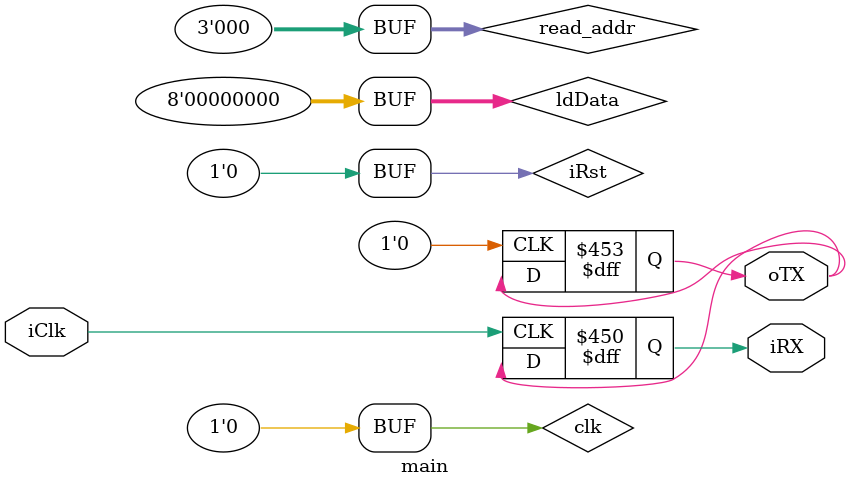
<source format=v>


`timescale 1ns/10ps

module main (
    iClk,
    iRX,
    oTX
);


input iClk;
output iRX;
reg iRX;
output oTX;
reg oTX;

reg [7:0] iData;
wire clk;
wire iRst;
reg [7:0] oData;
reg WriteEnable;
reg [2:0] rx_addr;
wire [2:0] read_addr;
wire oWrBuffer_full;
wire [7:0] ldData;
reg RS232_Module0_sig_WrBuffer_full;
reg [8:0] RS232_Module0_tx_counter;
reg [3:0] RS232_Module0_tx_bit_count;
reg [8:0] RS232_Module0_rx_currentData;
reg [1:0] RS232_Module0_rx_State;
reg [2:0] RS232_Module0_write_addr;
reg [2:0] RS232_Module0_rx_addr;
reg [8:0] RS232_Module0_rx_counter;
reg [1:0] RS232_Module0_tx_State;
reg [9:0] RS232_Module0_SendREG;
reg [2:0] RS232_Module0_tx_addr;
reg [3:0] RS232_Module0_rx_bit_count;
reg [7:0] RS232_Module0_Receive_RAM [0:8-1];
reg [7:0] RS232_Module0_Transmit_RAM [0:8-1];

assign clk = 1'd0;
assign iRst = 1'd0;
assign read_addr = 3'd0;
assign ldData = 8'd0;


always @(posedge iClk) begin: MAIN_UPDATEBUFF1_RTL
    iData <= ldData;
    if ((WriteEnable == 0)) begin
        WriteEnable <= 1;
    end
    else begin
        WriteEnable <= 0;
    end
end


always @(posedge clk, negedge iRst) begin: MAIN_RS232_MODULE0_SEQ_LOGIC
    if ((iRst == 0)) begin
        RS232_Module0_rx_State <= 0;
        RS232_Module0_rx_counter <= 0;
        RS232_Module0_rx_currentData <= 0;
        RS232_Module0_rx_bit_count <= 0;
        RS232_Module0_rx_addr <= 0;
        rx_addr <= 0;
        RS232_Module0_tx_State <= 0;
        RS232_Module0_tx_addr <= 0;
        RS232_Module0_write_addr <= 0;
        RS232_Module0_SendREG <= 0;
        RS232_Module0_tx_counter <= 0;
        RS232_Module0_tx_bit_count <= 0;
    end
    else begin
        rx_addr <= RS232_Module0_rx_addr;
        oData <= RS232_Module0_Receive_RAM[read_addr];
        oTX <= 1;
        case (RS232_Module0_rx_State)
            'h0: begin
                if ((iRX == 0)) begin
                    RS232_Module0_rx_counter <= (RS232_Module0_rx_counter + 1);
                end
                else begin
                    RS232_Module0_rx_counter <= 0;
                end
                if ((RS232_Module0_rx_counter == 217)) begin
                    RS232_Module0_rx_State <= 1;
                    RS232_Module0_rx_counter <= 0;
                    RS232_Module0_rx_bit_count <= 0;
                end
            end
            'h1: begin
                RS232_Module0_rx_counter <= (RS232_Module0_rx_counter + 1);
                if ((RS232_Module0_rx_counter == 0)) begin
                    RS232_Module0_rx_currentData <= {iRX, RS232_Module0_rx_currentData[9-1:1]};
                    RS232_Module0_rx_bit_count <= (RS232_Module0_rx_bit_count + 1);
                end
                if ((RS232_Module0_rx_counter == 434)) begin
                    RS232_Module0_rx_counter <= 0;
                end
                if ((RS232_Module0_rx_bit_count == 9)) begin
                    RS232_Module0_rx_State <= 2;
                    RS232_Module0_rx_counter <= 0;
                end
            end
            'h2: begin
                RS232_Module0_rx_counter <= (RS232_Module0_rx_counter + 1);
                if ((RS232_Module0_rx_counter == 434)) begin
                    RS232_Module0_rx_State <= 0;
                    RS232_Module0_rx_counter <= 0;
                    if ((iRX == 1)) begin
                        RS232_Module0_Receive_RAM[RS232_Module0_rx_addr] <= RS232_Module0_rx_currentData[9-1:1];
                        RS232_Module0_rx_addr <= ((RS232_Module0_rx_addr + 1) % 8);
                    end
                end
            end
        endcase
        if ((WriteEnable && (!RS232_Module0_sig_WrBuffer_full))) begin
            RS232_Module0_Transmit_RAM[RS232_Module0_write_addr] <= iData;
            RS232_Module0_write_addr <= ((RS232_Module0_write_addr + 1) % 8);
        end
        case (RS232_Module0_tx_State)
            'h0: begin
                if ((RS232_Module0_write_addr != RS232_Module0_tx_addr)) begin
                    RS232_Module0_tx_counter <= 0;
                    RS232_Module0_tx_State <= 1;
                    RS232_Module0_tx_bit_count <= 0;
                    RS232_Module0_SendREG <= {1'h1, RS232_Module0_Transmit_RAM[RS232_Module0_tx_addr], 1'h0};
                    RS232_Module0_tx_addr <= ((RS232_Module0_tx_addr + 1) % 8);
                end
            end
            'h1: begin
                oTX <= RS232_Module0_SendREG[RS232_Module0_tx_bit_count];
                RS232_Module0_tx_counter <= (RS232_Module0_tx_counter + 1);
                if ((RS232_Module0_tx_counter == 434)) begin
                    RS232_Module0_tx_bit_count <= (RS232_Module0_tx_bit_count + 1);
                    RS232_Module0_tx_counter <= 0;
                    if ((RS232_Module0_tx_bit_count == 9)) begin
                        RS232_Module0_tx_State <= 0;
                    end
                end
            end
        endcase
    end
end


always @(RS232_Module0_write_addr, RS232_Module0_tx_addr) begin: MAIN_RS232_MODULE0_COMB_LOGIC
    if ((((RS232_Module0_write_addr + 1) % 8) == RS232_Module0_tx_addr)) begin
        RS232_Module0_sig_WrBuffer_full = 1'b1;
    end
    else begin
        RS232_Module0_sig_WrBuffer_full = 1'b0;
    end
end



assign oWrBuffer_full = RS232_Module0_sig_WrBuffer_full;


always @(posedge iClk) begin: MAIN_RS232LOOPBACK0_LOGIC
    iRX <= oTX;
end

endmodule

</source>
